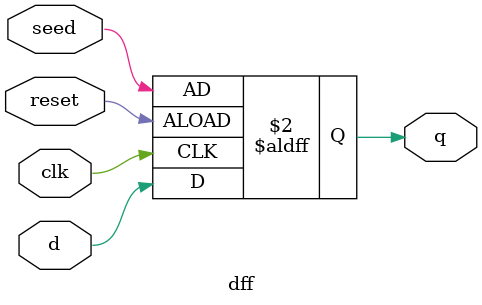
<source format=v>
module dff(
    input clk,
    input reset,
    input d,
    input seed,          // <-- new input for seeding
    output reg q
);
    always @(posedge clk or posedge reset) begin
        if (reset)
            q <= seed;   // initialize from seed
        else
            q <= d;
    end
endmodule

</source>
